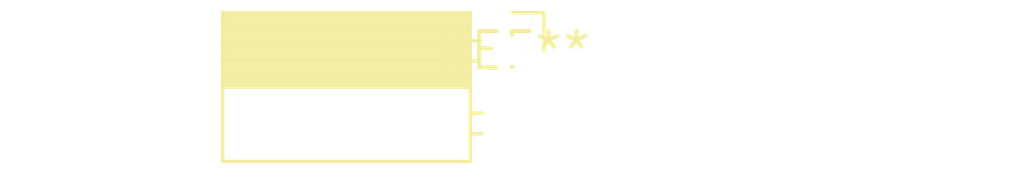
<source format=kicad_pcb>
(kicad_pcb (version 20240108) (generator pcbnew)
  (layers (0 "F.Cu" signal) (31 "B.Cu" signal) (34 "B.Paste" user) (35 "F.Paste" user) (36 "B.SilkS" user "B.Silkscreen") (37 "F.SilkS" user "F.Silkscreen") (38 "B.Mask" user) (39 "F.Mask" user) (44 "Edge.Cuts" user))
  (net 0 "")
  (footprint "PinSocket_1x02_P2.54mm_Horizontal" (layer "F.Cu") (at 0 0)
    (property "Reference" "REF**")
    (property "Value" "PinSocket_1x02_P2.54mm_Horizontal")
    (fp_line (start -10.09 -1.33) (end -10.09 3.87) (layer "F.SilkS") (stroke (width 0.12)))
    (fp_line (start -10.09 -1.33) (end -1.46 -1.33) (layer "F.SilkS") (stroke (width 0.12)))
    (fp_line (start -10.09 -1.21) (end -1.46 -1.21) (layer "F.SilkS") (stroke (width 0.12)))
    (fp_line (start -10.09 -1.091905) (end -1.46 -1.091905) (layer "F.SilkS") (stroke (width 0.12)))
    (fp_line (start -10.09 -0.97381) (end -1.46 -0.97381) (layer "F.SilkS") (stroke (width 0.12)))
    (fp_line (start -10.09 -0.855715) (end -1.46 -0.855715) (layer "F.SilkS") (stroke (width 0.12)))
    (fp_line (start -10.09 -0.73762) (end -1.46 -0.73762) (layer "F.SilkS") (stroke (width 0.12)))
    (fp_line (start -10.09 -0.619525) (end -1.46 -0.619525) (layer "F.SilkS") (stroke (width 0.12)))
    (fp_line (start -10.09 -0.50143) (end -1.46 -0.50143) (layer "F.SilkS") (stroke (width 0.12)))
    (fp_line (start -10.09 -0.383335) (end -1.46 -0.383335) (layer "F.SilkS") (stroke (width 0.12)))
    (fp_line (start -10.09 -0.26524) (end -1.46 -0.26524) (layer "F.SilkS") (stroke (width 0.12)))
    (fp_line (start -10.09 -0.147145) (end -1.46 -0.147145) (layer "F.SilkS") (stroke (width 0.12)))
    (fp_line (start -10.09 -0.02905) (end -1.46 -0.02905) (layer "F.SilkS") (stroke (width 0.12)))
    (fp_line (start -10.09 0.089045) (end -1.46 0.089045) (layer "F.SilkS") (stroke (width 0.12)))
    (fp_line (start -10.09 0.20714) (end -1.46 0.20714) (layer "F.SilkS") (stroke (width 0.12)))
    (fp_line (start -10.09 0.325235) (end -1.46 0.325235) (layer "F.SilkS") (stroke (width 0.12)))
    (fp_line (start -10.09 0.44333) (end -1.46 0.44333) (layer "F.SilkS") (stroke (width 0.12)))
    (fp_line (start -10.09 0.561425) (end -1.46 0.561425) (layer "F.SilkS") (stroke (width 0.12)))
    (fp_line (start -10.09 0.67952) (end -1.46 0.67952) (layer "F.SilkS") (stroke (width 0.12)))
    (fp_line (start -10.09 0.797615) (end -1.46 0.797615) (layer "F.SilkS") (stroke (width 0.12)))
    (fp_line (start -10.09 0.91571) (end -1.46 0.91571) (layer "F.SilkS") (stroke (width 0.12)))
    (fp_line (start -10.09 1.033805) (end -1.46 1.033805) (layer "F.SilkS") (stroke (width 0.12)))
    (fp_line (start -10.09 1.1519) (end -1.46 1.1519) (layer "F.SilkS") (stroke (width 0.12)))
    (fp_line (start -10.09 1.27) (end -1.46 1.27) (layer "F.SilkS") (stroke (width 0.12)))
    (fp_line (start -10.09 3.87) (end -1.46 3.87) (layer "F.SilkS") (stroke (width 0.12)))
    (fp_line (start -1.46 -1.33) (end -1.46 3.87) (layer "F.SilkS") (stroke (width 0.12)))
    (fp_line (start -1.46 -0.36) (end -1.11 -0.36) (layer "F.SilkS") (stroke (width 0.12)))
    (fp_line (start -1.46 0.36) (end -1.11 0.36) (layer "F.SilkS") (stroke (width 0.12)))
    (fp_line (start -1.46 2.18) (end -1.05 2.18) (layer "F.SilkS") (stroke (width 0.12)))
    (fp_line (start -1.46 2.9) (end -1.05 2.9) (layer "F.SilkS") (stroke (width 0.12)))
    (fp_line (start 0 -1.33) (end 1.11 -1.33) (layer "F.SilkS") (stroke (width 0.12)))
    (fp_line (start 1.11 -1.33) (end 1.11 0) (layer "F.SilkS") (stroke (width 0.12)))
    (pad "1" thru_hole rect (at 0 0) (size 1.7 1.7) (drill 1) (layers *.Cu *.Mask) (remove_unused_layers))
    (pad "2" thru_hole oval (at 0 2.54) (size 1.7 1.7) (drill 1) (layers *.Cu *.Mask) (remove_unused_layers))
  )
)
</source>
